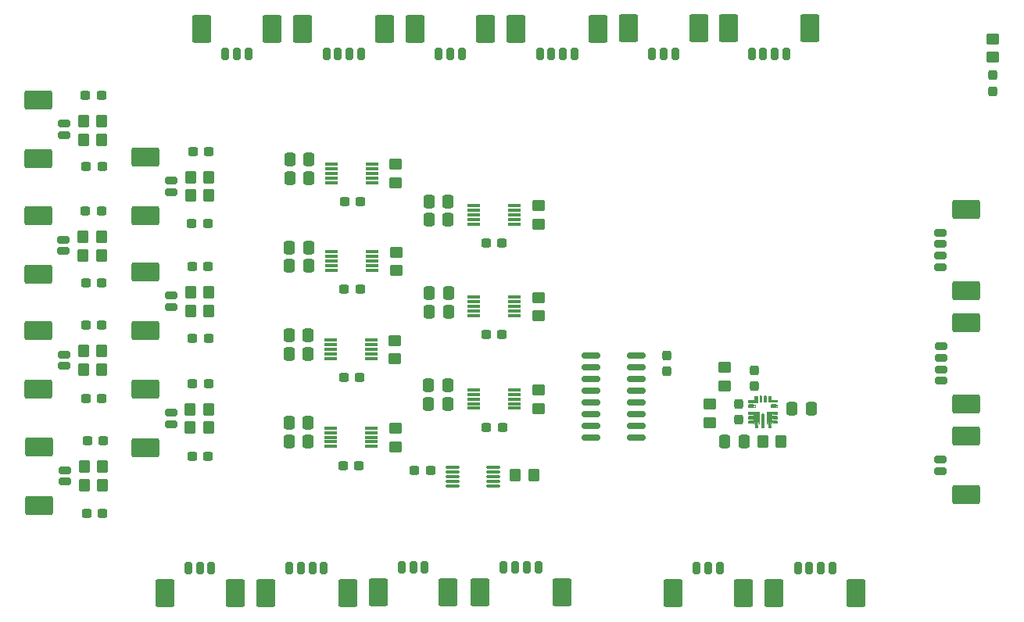
<source format=gtp>
%TF.GenerationSoftware,KiCad,Pcbnew,7.0.7*%
%TF.CreationDate,2024-02-25T13:02:43-05:00*%
%TF.ProjectId,Rover Voltage Sense,526f7665-7220-4566-9f6c-746167652053,rev?*%
%TF.SameCoordinates,Original*%
%TF.FileFunction,Paste,Top*%
%TF.FilePolarity,Positive*%
%FSLAX46Y46*%
G04 Gerber Fmt 4.6, Leading zero omitted, Abs format (unit mm)*
G04 Created by KiCad (PCBNEW 7.0.7) date 2024-02-25 13:02:43*
%MOMM*%
%LPD*%
G01*
G04 APERTURE LIST*
G04 Aperture macros list*
%AMRoundRect*
0 Rectangle with rounded corners*
0 $1 Rounding radius*
0 $2 $3 $4 $5 $6 $7 $8 $9 X,Y pos of 4 corners*
0 Add a 4 corners polygon primitive as box body*
4,1,4,$2,$3,$4,$5,$6,$7,$8,$9,$2,$3,0*
0 Add four circle primitives for the rounded corners*
1,1,$1+$1,$2,$3*
1,1,$1+$1,$4,$5*
1,1,$1+$1,$6,$7*
1,1,$1+$1,$8,$9*
0 Add four rect primitives between the rounded corners*
20,1,$1+$1,$2,$3,$4,$5,0*
20,1,$1+$1,$4,$5,$6,$7,0*
20,1,$1+$1,$6,$7,$8,$9,0*
20,1,$1+$1,$8,$9,$2,$3,0*%
%AMFreePoly0*
4,1,17,0.356036,0.828536,0.357500,0.825000,0.357500,-0.125000,0.356036,-0.128536,0.352500,-0.130000,-0.352500,-0.130000,-0.356036,-0.128536,-0.357500,-0.125000,-0.357500,0.125000,-0.356036,0.128536,-0.352500,0.130000,0.097500,0.130000,0.097500,0.825000,0.098964,0.828536,0.102500,0.830000,0.352500,0.830000,0.356036,0.828536,0.356036,0.828536,$1*%
%AMFreePoly1*
4,1,17,0.356036,0.128536,0.357500,0.125000,0.357500,-0.825000,0.356036,-0.828536,0.352500,-0.830000,0.102500,-0.830000,0.098964,-0.828536,0.097500,-0.825000,0.097500,-0.130000,-0.352500,-0.130000,-0.356036,-0.128536,-0.357500,-0.125000,-0.357500,0.125000,-0.356036,0.128536,-0.352500,0.130000,0.352500,0.130000,0.356036,0.128536,0.356036,0.128536,$1*%
%AMFreePoly2*
4,1,41,0.273536,0.631036,0.275000,0.627500,0.275000,-0.627500,0.273536,-0.631036,0.270000,-0.632500,0.085000,-0.632500,0.085000,-1.072500,0.083536,-1.076036,0.080000,-1.077500,-0.170000,-1.077500,-0.173536,-1.076036,-0.175000,-1.072500,-0.175000,-0.632464,-0.870036,-0.627500,-0.871813,-0.626749,-0.873536,-0.626036,-0.873543,-0.626018,-0.873561,-0.626011,-0.874274,-0.624252,-0.875000,-0.622500,
-0.875000,-0.372500,-0.873536,-0.368964,-0.870000,-0.367500,-0.275000,-0.367500,-0.275000,-0.127500,-0.870000,-0.127500,-0.873536,-0.126036,-0.875000,-0.122500,-0.875000,0.127500,-0.873536,0.131036,-0.870000,0.132500,-0.275000,0.132500,-0.275000,0.372500,-0.870000,0.372500,-0.873536,0.373964,-0.875000,0.377500,-0.875000,0.627500,-0.873536,0.631036,-0.870000,0.632500,0.270000,0.632500,
0.273536,0.631036,0.273536,0.631036,$1*%
%AMFreePoly3*
4,1,41,0.873536,0.631036,0.875000,0.627500,0.875000,0.377500,0.873536,0.373964,0.870000,0.372500,0.275000,0.372500,0.275000,0.132500,0.870000,0.132500,0.873536,0.131036,0.875000,0.127500,0.875000,-0.122500,0.873536,-0.126036,0.870000,-0.127500,0.275000,-0.127500,0.275000,-0.367500,0.870000,-0.367500,0.873536,-0.368964,0.875000,-0.372500,0.875000,-0.622500,0.874274,-0.624252,
0.873561,-0.626011,0.873543,-0.626018,0.873536,-0.626036,0.871813,-0.626749,0.870036,-0.627500,0.175000,-0.632464,0.175000,-1.072500,0.173536,-1.076036,0.170000,-1.077500,-0.080000,-1.077500,-0.083536,-1.076036,-0.085000,-1.072500,-0.085000,-0.632500,-0.270000,-0.632500,-0.273536,-0.631036,-0.275000,-0.627500,-0.275000,0.627500,-0.273536,0.631036,-0.270000,0.632500,0.870000,0.632500,
0.873536,0.631036,0.873536,0.631036,$1*%
G04 Aperture macros list end*
%ADD10C,0.010000*%
%ADD11RoundRect,0.237500X0.237500X-0.287500X0.237500X0.287500X-0.237500X0.287500X-0.237500X-0.287500X0*%
%ADD12RoundRect,0.250000X-0.450000X0.350000X-0.450000X-0.350000X0.450000X-0.350000X0.450000X0.350000X0*%
%ADD13RoundRect,0.200000X-0.200000X-0.450000X0.200000X-0.450000X0.200000X0.450000X-0.200000X0.450000X0*%
%ADD14RoundRect,0.250001X-0.799999X-1.249999X0.799999X-1.249999X0.799999X1.249999X-0.799999X1.249999X0*%
%ADD15RoundRect,0.250000X0.337500X0.475000X-0.337500X0.475000X-0.337500X-0.475000X0.337500X-0.475000X0*%
%ADD16FreePoly0,270.000000*%
%ADD17RoundRect,0.062500X-0.062500X0.237500X-0.062500X-0.237500X0.062500X-0.237500X0.062500X0.237500X0*%
%ADD18FreePoly1,270.000000*%
%ADD19RoundRect,0.063750X-0.286250X0.063750X-0.286250X-0.063750X0.286250X-0.063750X0.286250X0.063750X0*%
%ADD20FreePoly2,0.000000*%
%ADD21RoundRect,0.062500X0.062500X-0.662500X0.062500X0.662500X-0.062500X0.662500X-0.062500X-0.662500X0*%
%ADD22FreePoly3,0.000000*%
%ADD23R,1.400000X0.300000*%
%ADD24RoundRect,0.075000X0.650000X0.075000X-0.650000X0.075000X-0.650000X-0.075000X0.650000X-0.075000X0*%
%ADD25RoundRect,0.200000X-0.450000X0.200000X-0.450000X-0.200000X0.450000X-0.200000X0.450000X0.200000X0*%
%ADD26RoundRect,0.250001X-1.249999X0.799999X-1.249999X-0.799999X1.249999X-0.799999X1.249999X0.799999X0*%
%ADD27RoundRect,0.200000X0.200000X0.450000X-0.200000X0.450000X-0.200000X-0.450000X0.200000X-0.450000X0*%
%ADD28RoundRect,0.250001X0.799999X1.249999X-0.799999X1.249999X-0.799999X-1.249999X0.799999X-1.249999X0*%
%ADD29RoundRect,0.200000X0.450000X-0.200000X0.450000X0.200000X-0.450000X0.200000X-0.450000X-0.200000X0*%
%ADD30RoundRect,0.250001X1.249999X-0.799999X1.249999X0.799999X-1.249999X0.799999X-1.249999X-0.799999X0*%
%ADD31RoundRect,0.237500X0.300000X0.237500X-0.300000X0.237500X-0.300000X-0.237500X0.300000X-0.237500X0*%
%ADD32RoundRect,0.237500X-0.300000X-0.237500X0.300000X-0.237500X0.300000X0.237500X-0.300000X0.237500X0*%
%ADD33RoundRect,0.250000X-0.350000X-0.450000X0.350000X-0.450000X0.350000X0.450000X-0.350000X0.450000X0*%
%ADD34RoundRect,0.250000X0.450000X-0.350000X0.450000X0.350000X-0.450000X0.350000X-0.450000X-0.350000X0*%
%ADD35RoundRect,0.150000X0.825000X0.150000X-0.825000X0.150000X-0.825000X-0.150000X0.825000X-0.150000X0*%
%ADD36RoundRect,0.237500X0.237500X-0.300000X0.237500X0.300000X-0.237500X0.300000X-0.237500X-0.300000X0*%
%ADD37RoundRect,0.250000X-0.337500X-0.475000X0.337500X-0.475000X0.337500X0.475000X-0.337500X0.475000X0*%
%ADD38RoundRect,0.250000X0.350000X0.450000X-0.350000X0.450000X-0.350000X-0.450000X0.350000X-0.450000X0*%
G04 APERTURE END LIST*
D10*
%TO.C,U16*%
X114196400Y-61180600D02*
X114446400Y-61180600D01*
X114446400Y-61180600D02*
X114446400Y-61780600D01*
X114446400Y-61780600D02*
X114196400Y-61780600D01*
X114196400Y-61780600D02*
X114196400Y-61180600D01*
X113951400Y-61180600D02*
X113701400Y-61180600D01*
X113701400Y-61180600D02*
X113701400Y-61780600D01*
X113701400Y-61780600D02*
X113951400Y-61780600D01*
X113951400Y-61780600D02*
X113951400Y-61180600D01*
X114946400Y-62125600D02*
X115646400Y-62125600D01*
X115646400Y-62125600D02*
X115646400Y-62380600D01*
X115646400Y-62380600D02*
X114946400Y-62380600D01*
X114946400Y-62380600D02*
X114946400Y-62125600D01*
X113201400Y-62125600D02*
X112501400Y-62125600D01*
X112501400Y-62125600D02*
X112501400Y-62380600D01*
X112501400Y-62380600D02*
X113201400Y-62380600D01*
X113201400Y-62380600D02*
X113201400Y-62125600D01*
X115646400Y-62880600D02*
X115146400Y-62880600D01*
X115146400Y-62880600D02*
X115146400Y-63130600D01*
X115146400Y-63130600D02*
X115646400Y-63130600D01*
X115646400Y-63130600D02*
X115646400Y-62880600D01*
X114506400Y-62880600D02*
X115046400Y-62880600D01*
X115046400Y-62880600D02*
X115046400Y-64135600D01*
X115046400Y-64135600D02*
X114506400Y-64135600D01*
X114506400Y-64135600D02*
X114506400Y-62880600D01*
X113641400Y-62880600D02*
X113101400Y-62880600D01*
X113101400Y-62880600D02*
X113101400Y-64135600D01*
X113101400Y-64135600D02*
X113641400Y-64135600D01*
X113641400Y-64135600D02*
X113641400Y-62880600D01*
X112501400Y-62880600D02*
X113001400Y-62880600D01*
X113001400Y-62880600D02*
X113001400Y-63130600D01*
X113001400Y-63130600D02*
X112501400Y-63130600D01*
X112501400Y-63130600D02*
X112501400Y-62880600D01*
X114196400Y-63130600D02*
X113946400Y-63130600D01*
X113946400Y-63130600D02*
X113946400Y-64580600D01*
X113946400Y-64580600D02*
X114196400Y-64580600D01*
X114196400Y-64580600D02*
X114196400Y-63130600D01*
X115646400Y-63380600D02*
X115146400Y-63380600D01*
X115146400Y-63380600D02*
X115146400Y-63630600D01*
X115146400Y-63630600D02*
X115646400Y-63630600D01*
X115646400Y-63630600D02*
X115646400Y-63380600D01*
X112501400Y-63380600D02*
X113001400Y-63380600D01*
X113001400Y-63380600D02*
X113001400Y-63630600D01*
X113001400Y-63630600D02*
X112501400Y-63630600D01*
X112501400Y-63630600D02*
X112501400Y-63380600D01*
X115646400Y-63880600D02*
X115146400Y-63880600D01*
X115146400Y-63880600D02*
X115146400Y-64130600D01*
X115146400Y-64130600D02*
X115646400Y-64130600D01*
X115646400Y-64130600D02*
X115646400Y-63880600D01*
X112501400Y-63880600D02*
X113001400Y-63880600D01*
X113001400Y-63880600D02*
X113001400Y-64130600D01*
X113001400Y-64130600D02*
X112501400Y-64130600D01*
X112501400Y-64130600D02*
X112501400Y-63880600D01*
X114696400Y-64330600D02*
X114946400Y-64330600D01*
X114946400Y-64330600D02*
X114946400Y-64580600D01*
X114946400Y-64580600D02*
X114696400Y-64580600D01*
X114696400Y-64580600D02*
X114696400Y-64330600D01*
X113451400Y-64330600D02*
X113201400Y-64330600D01*
X113201400Y-64330600D02*
X113201400Y-64580600D01*
X113201400Y-64580600D02*
X113451400Y-64580600D01*
X113451400Y-64580600D02*
X113451400Y-64330600D01*
X113451400Y-61885600D02*
X112501400Y-61885600D01*
X112501400Y-61635600D01*
X113201400Y-61635600D01*
X113201400Y-61180600D01*
X113451400Y-61180600D01*
X113451400Y-61885600D01*
%TD*%
D11*
%TO.C,D1*%
X139000000Y-28175000D03*
X139000000Y-26425000D03*
%TD*%
D12*
%TO.C,R22*%
X139000000Y-22500000D03*
X139000000Y-24500000D03*
%TD*%
D13*
%TO.C,J8*%
X51846000Y-79825400D03*
X53096000Y-79825400D03*
X54346000Y-79825400D03*
D14*
X49296000Y-82575400D03*
X56896000Y-82575400D03*
%TD*%
D15*
%TO.C,C41*%
X79949400Y-62057000D03*
X77874400Y-62057000D03*
%TD*%
D16*
%TO.C,U16*%
X114821400Y-61533100D03*
D17*
X114321400Y-61480600D03*
X113826400Y-61480600D03*
D18*
X113326400Y-61533100D03*
D19*
X112851400Y-62253100D03*
D20*
X113371400Y-63508100D03*
D21*
X114071400Y-63855600D03*
D22*
X114776400Y-63508100D03*
D19*
X115296400Y-62253100D03*
%TD*%
D23*
%TO.C,U1*%
X67366700Y-36074600D03*
X67366700Y-36574600D03*
X67366700Y-37074600D03*
X67366700Y-37574600D03*
X67366700Y-38074600D03*
X71766700Y-38074600D03*
X71766700Y-37574600D03*
X71766700Y-37074600D03*
X71766700Y-36574600D03*
X71766700Y-36074600D03*
%TD*%
D24*
%TO.C,U15*%
X84887600Y-70926200D03*
X84887600Y-70426200D03*
X84887600Y-69926200D03*
X84887600Y-69426200D03*
X84887600Y-68926200D03*
X80487600Y-68926200D03*
X80487600Y-69426200D03*
X80487600Y-69926200D03*
X80487600Y-70426200D03*
X80487600Y-70926200D03*
%TD*%
D25*
%TO.C,J2*%
X38337400Y-44246800D03*
X38337400Y-45496800D03*
D26*
X35587400Y-41696800D03*
X35587400Y-48046800D03*
%TD*%
D15*
%TO.C,C38*%
X64816900Y-66121000D03*
X62741900Y-66121000D03*
%TD*%
D25*
%TO.C,J5*%
X49958400Y-37830600D03*
X49958400Y-39080600D03*
D26*
X47208400Y-35280600D03*
X47208400Y-41630600D03*
%TD*%
D12*
%TO.C,R21*%
X89810500Y-60534800D03*
X89810500Y-62534800D03*
%TD*%
D15*
%TO.C,C37*%
X64832500Y-56658000D03*
X62757500Y-56658000D03*
%TD*%
D27*
%TO.C,J13*%
X58360000Y-24132000D03*
X57110000Y-24132000D03*
X55860000Y-24132000D03*
D28*
X60910000Y-21382000D03*
X53310000Y-21382000D03*
%TD*%
D29*
%TO.C,J14*%
X133370000Y-59543000D03*
X133370000Y-58293000D03*
X133370000Y-57043000D03*
X133370000Y-55793000D03*
D30*
X136120000Y-62093000D03*
X136120000Y-53243000D03*
%TD*%
D25*
%TO.C,J3*%
X38379400Y-56692800D03*
X38379400Y-57942800D03*
D26*
X35629400Y-54142800D03*
X35629400Y-60492800D03*
%TD*%
D23*
%TO.C,U9*%
X82733700Y-40579800D03*
X82733700Y-41079800D03*
X82733700Y-41579800D03*
X82733700Y-42079800D03*
X82733700Y-42579800D03*
X87133700Y-42579800D03*
X87133700Y-42079800D03*
X87133700Y-41579800D03*
X87133700Y-41079800D03*
X87133700Y-40579800D03*
%TD*%
D31*
%TO.C,C10*%
X53949600Y-42494200D03*
X52224600Y-42494200D03*
%TD*%
D32*
%TO.C,C1*%
X40696400Y-28605800D03*
X42421400Y-28605800D03*
%TD*%
D33*
%TO.C,R16*%
X52075500Y-49911000D03*
X54075500Y-49911000D03*
%TD*%
D15*
%TO.C,C36*%
X64867700Y-47107600D03*
X62792700Y-47107600D03*
%TD*%
D23*
%TO.C,U3*%
X67325700Y-45583600D03*
X67325700Y-46083600D03*
X67325700Y-46583600D03*
X67325700Y-47083600D03*
X67325700Y-47583600D03*
X71725700Y-47583600D03*
X71725700Y-47083600D03*
X71725700Y-46583600D03*
X71725700Y-46083600D03*
X71725700Y-45583600D03*
%TD*%
D33*
%TO.C,R13*%
X52067200Y-37465000D03*
X54067200Y-37465000D03*
%TD*%
%TO.C,R25*%
X114047800Y-66098900D03*
X116047800Y-66098900D03*
%TD*%
D34*
%TO.C,R27*%
X109967800Y-60088500D03*
X109967800Y-58088500D03*
%TD*%
D32*
%TO.C,C3*%
X40694200Y-41163400D03*
X42419200Y-41163400D03*
%TD*%
D12*
%TO.C,R3*%
X74306700Y-36090600D03*
X74306700Y-38090600D03*
%TD*%
D32*
%TO.C,C5*%
X40743800Y-53543200D03*
X42468800Y-53543200D03*
%TD*%
D23*
%TO.C,U5*%
X67290500Y-55134000D03*
X67290500Y-55634000D03*
X67290500Y-56134000D03*
X67290500Y-56634000D03*
X67290500Y-57134000D03*
X71690500Y-57134000D03*
X71690500Y-56634000D03*
X71690500Y-56134000D03*
X71690500Y-55634000D03*
X71690500Y-55134000D03*
%TD*%
D32*
%TO.C,C13*%
X52299700Y-59842400D03*
X54024700Y-59842400D03*
%TD*%
D35*
%TO.C,U17*%
X100406200Y-65709800D03*
X100406200Y-64439800D03*
X100406200Y-63169800D03*
X100406200Y-61899800D03*
X100406200Y-60629800D03*
X100406200Y-59359800D03*
X100406200Y-58089800D03*
X100406200Y-56819800D03*
X95456200Y-56819800D03*
X95456200Y-58089800D03*
X95456200Y-59359800D03*
X95456200Y-60629800D03*
X95456200Y-61899800D03*
X95456200Y-63169800D03*
X95456200Y-64439800D03*
X95456200Y-65709800D03*
%TD*%
D12*
%TO.C,R12*%
X74300900Y-64675000D03*
X74300900Y-66675000D03*
%TD*%
D31*
%TO.C,C23*%
X70420500Y-59198000D03*
X68695500Y-59198000D03*
%TD*%
%TO.C,C27*%
X85873500Y-64566800D03*
X84148500Y-64566800D03*
%TD*%
%TO.C,C6*%
X42493100Y-61442600D03*
X40768100Y-61442600D03*
%TD*%
D15*
%TO.C,C35*%
X64908700Y-37598600D03*
X62833700Y-37598600D03*
%TD*%
D31*
%TO.C,C25*%
X85796200Y-44627800D03*
X84071200Y-44627800D03*
%TD*%
D27*
%TO.C,J11*%
X104568000Y-24110000D03*
X103318000Y-24110000D03*
X102068000Y-24110000D03*
D28*
X107118000Y-21360000D03*
X99518000Y-21360000D03*
%TD*%
D23*
%TO.C,U13*%
X82784500Y-60518800D03*
X82784500Y-61018800D03*
X82784500Y-61518800D03*
X82784500Y-62018800D03*
X82784500Y-62518800D03*
X87184500Y-62518800D03*
X87184500Y-62018800D03*
X87184500Y-61518800D03*
X87184500Y-61018800D03*
X87184500Y-60518800D03*
%TD*%
D34*
%TO.C,R26*%
X108342200Y-64050900D03*
X108342200Y-62050900D03*
%TD*%
D25*
%TO.C,J4*%
X38459000Y-69230400D03*
X38459000Y-70480400D03*
D26*
X35709000Y-66680400D03*
X35709000Y-73030400D03*
%TD*%
D27*
%TO.C,J19*%
X70552000Y-24132000D03*
X69302000Y-24132000D03*
X68052000Y-24132000D03*
X66802000Y-24132000D03*
D28*
X73102000Y-21382000D03*
X64252000Y-21382000D03*
%TD*%
D12*
%TO.C,R6*%
X74351700Y-45599600D03*
X74351700Y-47599600D03*
%TD*%
D33*
%TO.C,R17*%
X52075500Y-51947000D03*
X54075500Y-51947000D03*
%TD*%
D31*
%TO.C,C24*%
X70337400Y-68707000D03*
X68612400Y-68707000D03*
%TD*%
D36*
%TO.C,C18*%
X111466400Y-63761000D03*
X111466400Y-62036000D03*
%TD*%
D33*
%TO.C,R4*%
X40446800Y-43932000D03*
X42446800Y-43932000D03*
%TD*%
D32*
%TO.C,C11*%
X52248900Y-47142400D03*
X53973900Y-47142400D03*
%TD*%
D33*
%TO.C,R1*%
X40481400Y-31373300D03*
X42481400Y-31373300D03*
%TD*%
D37*
%TO.C,C32*%
X77909600Y-40124000D03*
X79984600Y-40124000D03*
%TD*%
D12*
%TO.C,R18*%
X89769500Y-50509800D03*
X89769500Y-52509800D03*
%TD*%
D37*
%TO.C,C16*%
X117255200Y-62598400D03*
X119330200Y-62598400D03*
%TD*%
%TO.C,C33*%
X77960400Y-50038000D03*
X80035400Y-50038000D03*
%TD*%
D29*
%TO.C,J22*%
X133328000Y-69332000D03*
X133328000Y-68082000D03*
D30*
X136078000Y-71882000D03*
X136078000Y-65532000D03*
%TD*%
D33*
%TO.C,R5*%
X40446800Y-45938600D03*
X42446800Y-45938600D03*
%TD*%
D15*
%TO.C,C40*%
X80035400Y-52032000D03*
X77960400Y-52032000D03*
%TD*%
D37*
%TO.C,C28*%
X62833700Y-35566600D03*
X64908700Y-35566600D03*
%TD*%
D32*
%TO.C,C9*%
X52326200Y-34696400D03*
X54051200Y-34696400D03*
%TD*%
D33*
%TO.C,R2*%
X40481400Y-33405300D03*
X42481400Y-33405300D03*
%TD*%
D36*
%TO.C,C20*%
X103632000Y-58544800D03*
X103632000Y-56819800D03*
%TD*%
D13*
%TO.C,J9*%
X74950000Y-79734000D03*
X76200000Y-79734000D03*
X77450000Y-79734000D03*
D14*
X72400000Y-82484000D03*
X80000000Y-82484000D03*
%TD*%
D13*
%TO.C,J18*%
X117856000Y-79800000D03*
X119106000Y-79800000D03*
X120356000Y-79800000D03*
X121606000Y-79800000D03*
D14*
X115306000Y-82550000D03*
X124156000Y-82550000D03*
%TD*%
D23*
%TO.C,U7*%
X67274900Y-64659000D03*
X67274900Y-65159000D03*
X67274900Y-65659000D03*
X67274900Y-66159000D03*
X67274900Y-66659000D03*
X71674900Y-66659000D03*
X71674900Y-66159000D03*
X71674900Y-65659000D03*
X71674900Y-65159000D03*
X71674900Y-64659000D03*
%TD*%
D31*
%TO.C,C2*%
X42521900Y-36362800D03*
X40796900Y-36362800D03*
%TD*%
%TO.C,C14*%
X53999300Y-67716400D03*
X52274300Y-67716400D03*
%TD*%
%TO.C,C26*%
X85832500Y-54541800D03*
X84107500Y-54541800D03*
%TD*%
D15*
%TO.C,C19*%
X112041200Y-66098900D03*
X109966200Y-66098900D03*
%TD*%
D33*
%TO.C,R10*%
X40568400Y-68814000D03*
X42568400Y-68814000D03*
%TD*%
D13*
%TO.C,J17*%
X86009000Y-79734000D03*
X87259000Y-79734000D03*
X88509000Y-79734000D03*
X89759000Y-79734000D03*
D14*
X83459000Y-82484000D03*
X92309000Y-82484000D03*
%TD*%
D12*
%TO.C,R9*%
X74230500Y-55166000D03*
X74230500Y-57166000D03*
%TD*%
D15*
%TO.C,C39*%
X79984600Y-42118000D03*
X77909600Y-42118000D03*
%TD*%
D32*
%TO.C,C7*%
X40894200Y-66045400D03*
X42619200Y-66045400D03*
%TD*%
D13*
%TO.C,J10*%
X106914000Y-79800000D03*
X108164000Y-79800000D03*
X109414000Y-79800000D03*
D14*
X104364000Y-82550000D03*
X111964000Y-82550000D03*
%TD*%
D37*
%TO.C,C30*%
X62757500Y-54626000D03*
X64832500Y-54626000D03*
%TD*%
D31*
%TO.C,C22*%
X70455700Y-49631600D03*
X68730700Y-49631600D03*
%TD*%
D37*
%TO.C,C34*%
X77874400Y-60025000D03*
X79949400Y-60025000D03*
%TD*%
D31*
%TO.C,C12*%
X54024700Y-54965600D03*
X52299700Y-54965600D03*
%TD*%
D33*
%TO.C,R7*%
X40471600Y-56311800D03*
X42471600Y-56311800D03*
%TD*%
D31*
%TO.C,C8*%
X42568400Y-73919400D03*
X40843400Y-73919400D03*
%TD*%
D27*
%TO.C,J21*%
X116623000Y-24110000D03*
X115373000Y-24110000D03*
X114123000Y-24110000D03*
X112873000Y-24110000D03*
D28*
X119173000Y-21360000D03*
X110323000Y-21360000D03*
%TD*%
D32*
%TO.C,C15*%
X76353600Y-69250200D03*
X78078600Y-69250200D03*
%TD*%
D12*
%TO.C,R15*%
X89759700Y-40595800D03*
X89759700Y-42595800D03*
%TD*%
D13*
%TO.C,J16*%
X62788000Y-79800000D03*
X64038000Y-79800000D03*
X65288000Y-79800000D03*
X66538000Y-79800000D03*
D14*
X60238000Y-82550000D03*
X69088000Y-82550000D03*
%TD*%
D36*
%TO.C,C17*%
X113168200Y-60128800D03*
X113168200Y-58403800D03*
%TD*%
D31*
%TO.C,C21*%
X70496700Y-40106600D03*
X68771700Y-40106600D03*
%TD*%
D33*
%TO.C,R14*%
X52076600Y-39471600D03*
X54076600Y-39471600D03*
%TD*%
%TO.C,R19*%
X52050100Y-62611000D03*
X54050100Y-62611000D03*
%TD*%
%TO.C,R8*%
X40478200Y-58369200D03*
X42478200Y-58369200D03*
%TD*%
D37*
%TO.C,C31*%
X62741900Y-64127000D03*
X64816900Y-64127000D03*
%TD*%
D33*
%TO.C,R11*%
X40568400Y-70846000D03*
X42568400Y-70846000D03*
%TD*%
D23*
%TO.C,U11*%
X82784500Y-50485800D03*
X82784500Y-50985800D03*
X82784500Y-51485800D03*
X82784500Y-51985800D03*
X82784500Y-52485800D03*
X87184500Y-52485800D03*
X87184500Y-51985800D03*
X87184500Y-51485800D03*
X87184500Y-50985800D03*
X87184500Y-50485800D03*
%TD*%
D25*
%TO.C,J7*%
X49958400Y-62976600D03*
X49958400Y-64226600D03*
D26*
X47208400Y-60426600D03*
X47208400Y-66776600D03*
%TD*%
D25*
%TO.C,J1*%
X38357400Y-31663800D03*
X38357400Y-32913800D03*
D26*
X35607400Y-29113800D03*
X35607400Y-35463800D03*
%TD*%
D29*
%TO.C,J15*%
X133304000Y-47244000D03*
X133304000Y-45994000D03*
X133304000Y-44744000D03*
X133304000Y-43494000D03*
D30*
X136054000Y-49794000D03*
X136054000Y-40944000D03*
%TD*%
D37*
%TO.C,C29*%
X62792700Y-45147600D03*
X64867700Y-45147600D03*
%TD*%
D31*
%TO.C,C4*%
X42472200Y-48961200D03*
X40747200Y-48961200D03*
%TD*%
D27*
%TO.C,J20*%
X93666000Y-24132000D03*
X92416000Y-24132000D03*
X91166000Y-24132000D03*
X89916000Y-24132000D03*
D28*
X96216000Y-21382000D03*
X87366000Y-21382000D03*
%TD*%
D25*
%TO.C,J6*%
X49958400Y-50276600D03*
X49958400Y-51526600D03*
D26*
X47208400Y-47726600D03*
X47208400Y-54076600D03*
%TD*%
D38*
%TO.C,R24*%
X89275600Y-69758200D03*
X87275600Y-69758200D03*
%TD*%
D33*
%TO.C,R20*%
X52050100Y-64617600D03*
X54050100Y-64617600D03*
%TD*%
D27*
%TO.C,J12*%
X81474000Y-24132000D03*
X80224000Y-24132000D03*
X78974000Y-24132000D03*
D28*
X84024000Y-21382000D03*
X76424000Y-21382000D03*
%TD*%
M02*

</source>
